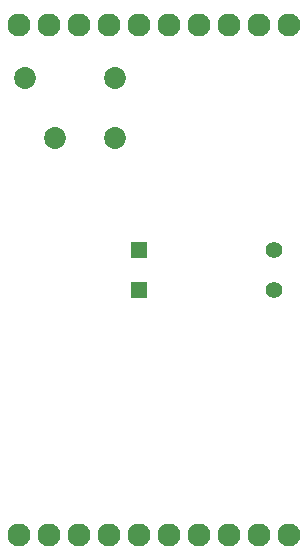
<source format=gbr>
%TF.GenerationSoftware,KiCad,Pcbnew,8.0.8*%
%TF.CreationDate,2025-02-16T23:44:15-05:00*%
%TF.ProjectId,RTDS Control Module V2.0,52544453-2043-46f6-9e74-726f6c204d6f,rev?*%
%TF.SameCoordinates,Original*%
%TF.FileFunction,Soldermask,Bot*%
%TF.FilePolarity,Negative*%
%FSLAX46Y46*%
G04 Gerber Fmt 4.6, Leading zero omitted, Abs format (unit mm)*
G04 Created by KiCad (PCBNEW 8.0.8) date 2025-02-16 23:44:15*
%MOMM*%
%LPD*%
G01*
G04 APERTURE LIST*
%ADD10R,1.397000X1.397000*%
%ADD11C,1.397000*%
%ADD12C,1.854000*%
%ADD13C,1.954000*%
G04 APERTURE END LIST*
D10*
%TO.C,R2*%
X61000000Y-47800000D03*
D11*
X72430000Y-47800000D03*
%TD*%
D12*
%TO.C,K1*%
X53890000Y-34980000D03*
X58970000Y-34980000D03*
X58970000Y-29900000D03*
X51350000Y-29900000D03*
%TD*%
D13*
%TO.C,J1*%
X50800000Y-68580000D03*
X53340000Y-68580000D03*
X55880000Y-68580000D03*
X58420000Y-68580000D03*
X60960000Y-68580000D03*
X63500000Y-68580000D03*
X66040000Y-68580000D03*
X68580000Y-68580000D03*
X71120000Y-68580000D03*
X73660000Y-68580000D03*
%TD*%
D10*
%TO.C,R1*%
X60985000Y-44400000D03*
D11*
X72415000Y-44400000D03*
%TD*%
D13*
%TO.C,J1*%
X50800000Y-25400000D03*
X53340000Y-25400000D03*
X55880000Y-25400000D03*
X58420000Y-25400000D03*
X60960000Y-25400000D03*
X63500000Y-25400000D03*
X66040000Y-25400000D03*
X68580000Y-25400000D03*
X71120000Y-25400000D03*
X73660000Y-25400000D03*
%TD*%
M02*

</source>
